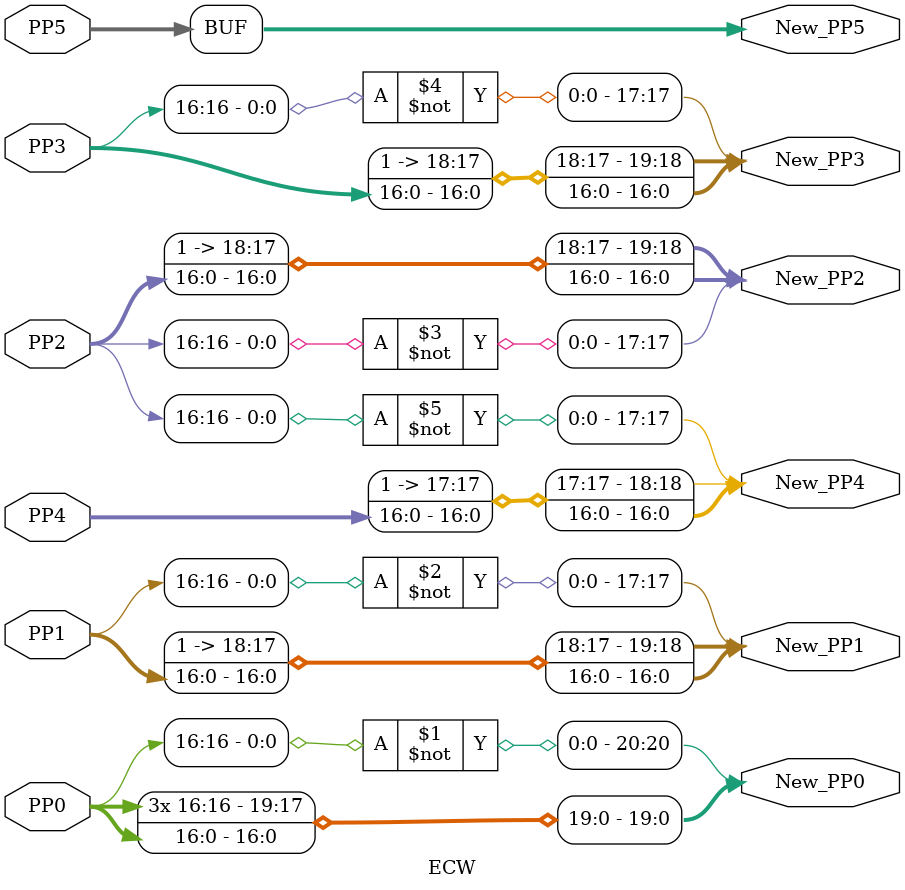
<source format=v>
module Booth_9 (X,Y,P);
  input [8:0]X,Y;
  output [17:0]P;
  wire [15:0]Xi,Yi;  
  wire [31:0]Product;
  
  assign Xi={7'd0,X};
  assign Yi={7'd0,Y}; 
  assign P=Product[17:0];
  
  
  Radix_8_16_bit_Multiplier M0 (Xi,Yi,Product);
  
endmodule

module Radix_8_16_bit_Multiplier (X,Y,Product);
  input [15:0]X,Y;
  output [31:0]Product;
  wire [31:0]PP0,PP1,PP2,PP3,PP4,PP5;
  
  Main_PP_Block_16 Partial_Product (
    .X(X), 
    .Y(Y), 
    .PP0(PP0), 
    .PP1(PP1), 
    .PP2(PP2), 
    .PP3(PP3), 
    .PP4(PP4), 
    .PP5(PP5)
    );

Adder_Part_1 Adder_Part (
    .PP0(PP0), 
    .PP1(PP1), 
    .PP2(PP2), 
    .PP3(PP3), 
    .PP4(PP4), 
    .PP5(PP5), 
    .P(Product)
    );

endmodule


module Main_PP_Block_16 (X,Y,PP0,PP1,PP2,PP3,PP4,PP5);
  input [15:0]X,Y;
  output [31:0]PP0,PP1,PP2,PP3,PP4,PP5;
  wire [18:0]Y_N;

  assign Y_N={2'b0,Y,1'b0};
  
  SD_Booth_Encoder_PP_Block_16 SD_PP0 (
    .X(X),
    .Y(Y_N[3:0]),
    .PP(PP0)
    );
    
  SD_Booth_Encoder_PP_Block_16 SD_PP1 (
    .X(X),
    .Y(Y_N[6:3]),
    .PP(PP1)
    );    

  SD_Booth_Encoder_PP_Block_16 SD_PP2 (
    .X(X),
    .Y(Y_N[9:6]),
    .PP(PP2)
    );

  SD_Booth_Encoder_PP_Block_16 SD_PP3 (
    .X(X),
    .Y(Y_N[12:9]),
    .PP(PP3)
    );    

  SD_Booth_Encoder_PP_Block_16 SD_PP4 (
    .X(X),
    .Y(Y_N[15:12]),
    .PP(PP4)
    );    

  SD_Booth_Encoder_PP_Block_16 SD_PP5(
    .X(X),
    .Y(Y_N[18:15]),
    .PP(PP5)
    );    

endmodule

module SD_Booth_Encoder_PP_Block_16 (X,Y,PP);
  input [15:0]X;
  input [3:0]Y;
  output [31:0]PP;
  reg [31:0]PP;
  
  wire  [31:0]X_4,X_4b,X_3,X_3b,X_2,X_1,X_2b,X_1b;


  assign X_1=X*'d1;
  assign X_1b=X*-'d1;    

  assign X_2=X*'d2;
  assign X_2b=X*-'d2;    
  
  assign X_3=X*'d3;
  assign X_3b=X*-'d3;      
  
  assign X_4=X*'d4;
  assign X_4b=X*-'d4;    

  always @ (*)
  begin
  case (Y)
    4'b0000: PP=32'd0;                    
    4'b0001: PP=X_1;
    4'b0010: PP=X_1;
    4'b0011: PP=X_2;
    4'b0100: PP=X_2;
    4'b0101: PP=X_3;
    4'b0110: PP=X_3;
    4'b0111: PP=X_4;                    
    4'b1000: PP=X_4b;                    
    4'b1001: PP=X_3b;
    4'b1010: PP=X_3b;
    4'b1011: PP=X_2b;
    4'b1100: PP=X_2b;
    4'b1101: PP=X_1b;
    4'b1110: PP=X_1b;
    4'b1111: PP=32'd0;                    
  endcase
  end  
  
endmodule



module Adder_Part_1 (PP0,PP1,PP2,PP3,PP4,PP5,P);
  input [31:0]PP0;
  input [31:0]PP1;
  input [31:0]PP2;  
  input [31:0]PP3;  
  input [31:0]PP4;    
  input [31:0]PP5;    
  output [31:0]P;
  
  wire [4:0]W4,W5,W6,W7,W8,W9,W10,W11,W12,W13,W14,W15,W16,W17,W18,W19,W20,W21,W22,W23,W24,W25,W26,W27,W28,W29,W30;
  
       assign P[0]=PP0[0];
       assign P[1]=PP0[1];
       assign P[2]=PP0[2];
  assign {W3,P[3]}=PP0[3]+PP1[0];  
  assign {W4,P[4]}=PP0[4]+PP1[1]+W3;
  assign {W5,P[5]}=PP0[5]+PP1[2]+W4;
  assign {W6,P[6]}=PP0[6]+PP1[3]+PP2[0]+W5;
  assign {W7,P[7]}=PP0[7]+PP1[4]+PP2[1]+W6;        
  assign {W8,P[8]}=PP0[8]+PP1[5]+PP2[2]+W7;        
  assign {W9,P[9]}=PP0[9]+PP1[6]+PP2[3]+PP3[0]+W8;        
assign {W10,P[10]}=PP0[10]+PP1[7]+PP2[4]+PP3[1]+W9;        
assign {W11,P[11]}=PP0[11]+PP1[8]+PP2[5]+PP3[2]+W10;        
assign {W12,P[12]}=PP0[12]+PP1[9]+PP2[6]+PP3[3]+PP4[0]+W11;        
assign {W13,P[13]}=PP0[13]+PP1[10]+PP2[7]+PP3[4]+PP4[1]+W12;         
assign {W14,P[14]}=PP0[14]+PP1[11]+PP2[8]+PP3[5]+PP4[2]+W13;         
assign {W15,P[15]}=PP0[15]+PP1[12]+PP2[9]+PP3[6]+PP4[3]+PP5[0]+W14;         
assign {W16,P[16]}=PP0[16]+PP1[13]+PP2[10]+PP3[7]+PP4[4]+PP5[1]+W15;         
assign {W17,P[17]}=PP0[17]+PP1[14]+PP2[11]+PP3[8]+PP4[5]+PP5[2]+W16;         
assign {W18,P[18]}=PP0[18]+PP1[15]+PP2[12]+PP3[9]+PP4[6]+PP5[3]+W17;           
assign {W19,P[19]}=PP0[19]+PP1[16]+PP2[13]+PP3[10]+PP4[7]+PP5[4]+W18;           
assign {W20,P[20]}=PP0[20]+PP1[17]+PP2[14]+PP3[11]+PP4[8]+PP5[5]+W19;             
assign {W21,P[21]}=PP0[21]+PP1[18]+PP2[15]+PP3[12]+PP4[9]+PP5[6]+W20;             
assign {W22,P[22]}=PP0[22]+PP1[19]+PP2[16]+PP3[13]+PP4[10]+PP5[7]+W21;               
assign {W23,P[23]}=PP0[23]+PP1[20]+PP2[17]+PP3[14]+PP4[11]+PP5[8]+W22;               
assign {W24,P[24]}=PP0[24]+PP1[21]+PP2[18]+PP3[15]+PP4[12]+PP5[9]+W23;               
assign {W25,P[25]}=PP0[25]+PP1[22]+PP2[19]+PP3[16]+PP4[13]+PP5[10]+W24;                 
assign {W26,P[26]}=PP0[26]+PP1[23]+PP2[20]+PP3[17]+PP4[14]+PP5[11]+W25;                 
assign {W27,P[27]}=PP0[27]+PP1[24]+PP2[21]+PP3[18]+PP4[15]+PP5[12]+W26;                   
assign {W28,P[28]}=PP0[28]+PP1[25]+PP2[22]+PP3[19]+PP4[16]+PP5[13]+W27;                   
assign {W29,P[29]}=PP0[29]+PP1[26]+PP2[23]+PP3[20]+PP4[17]+PP5[14]+W28;                   
assign {W30,P[30]}=PP0[30]+PP1[27]+PP2[24]+PP3[21]+PP4[18]+PP5[15]+W29;                   
assign {W31,P[31]}=PP0[31]+PP1[28]+PP2[25]+PP3[22]+PP4[19]+PP5[16]+W30;                   

endmodule


module ECW (PP0,PP1,PP2,PP3,PP4,PP5,New_PP0,New_PP1,New_PP2,New_PP3,New_PP4,New_PP5);
  input [16:0]PP0,PP1,PP2,PP3,PP4,PP5;
  output [20:0]New_PP0;
  output [19:0]New_PP1;
  output [19:0]New_PP2;  
  output [19:0]New_PP3;  
  output [18:0]New_PP4;    
  output [16:0]New_PP5;    
  
  
  assign New_PP0={~PP0[16],PP0[16],PP0[16],PP0[16],PP0};
  assign New_PP1={1'b1,1'b1,~PP1[16],PP1};
  assign New_PP2={1'b1,1'b1,~PP2[16],PP2};
  assign New_PP3={1'b1,1'b1,~PP3[16],PP3};  
  assign New_PP4={1'b1,~PP2[16],PP4};  
  assign New_PP5=PP5;  
  
endmodule
</source>
